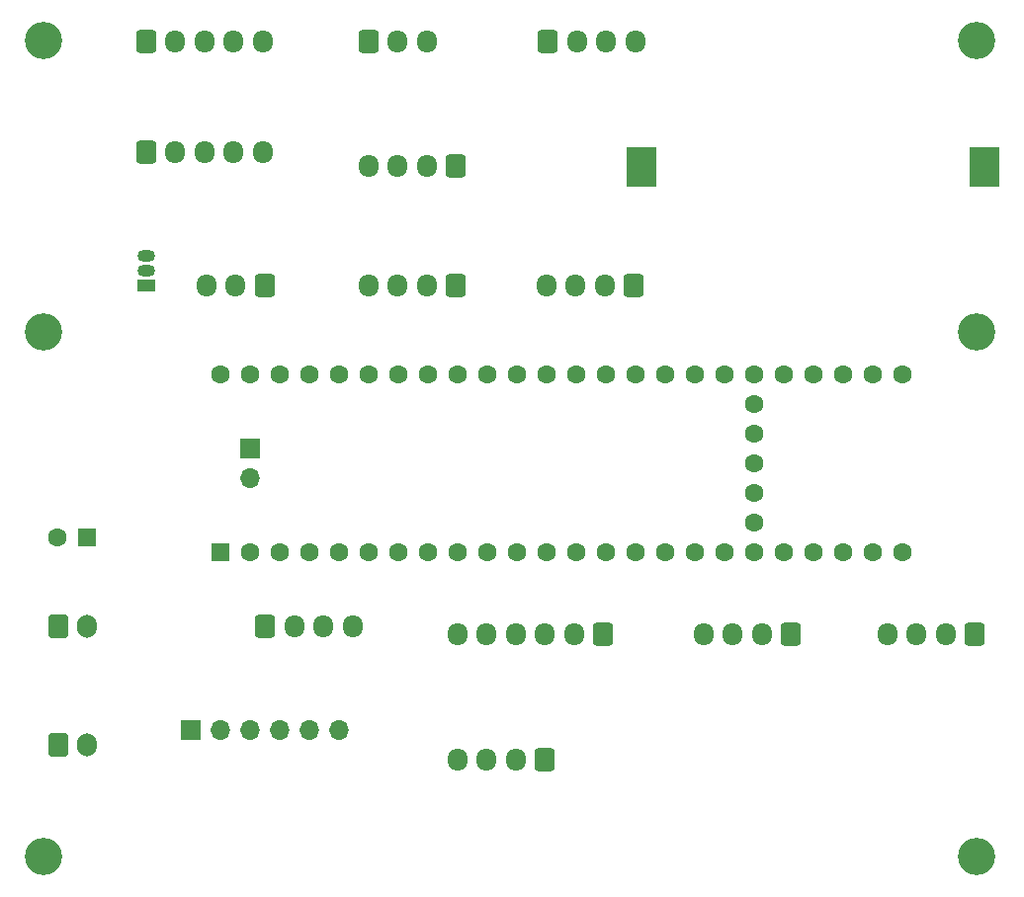
<source format=gts>
G04 #@! TF.GenerationSoftware,KiCad,Pcbnew,8.0.3*
G04 #@! TF.CreationDate,2024-06-28T11:21:49+02:00*
G04 #@! TF.ProjectId,Bobbycar_wiring,426f6262-7963-4617-925f-776972696e67,rev?*
G04 #@! TF.SameCoordinates,Original*
G04 #@! TF.FileFunction,Soldermask,Top*
G04 #@! TF.FilePolarity,Negative*
%FSLAX46Y46*%
G04 Gerber Fmt 4.6, Leading zero omitted, Abs format (unit mm)*
G04 Created by KiCad (PCBNEW 8.0.3) date 2024-06-28 11:21:49*
%MOMM*%
%LPD*%
G01*
G04 APERTURE LIST*
G04 Aperture macros list*
%AMRoundRect*
0 Rectangle with rounded corners*
0 $1 Rounding radius*
0 $2 $3 $4 $5 $6 $7 $8 $9 X,Y pos of 4 corners*
0 Add a 4 corners polygon primitive as box body*
4,1,4,$2,$3,$4,$5,$6,$7,$8,$9,$2,$3,0*
0 Add four circle primitives for the rounded corners*
1,1,$1+$1,$2,$3*
1,1,$1+$1,$4,$5*
1,1,$1+$1,$6,$7*
1,1,$1+$1,$8,$9*
0 Add four rect primitives between the rounded corners*
20,1,$1+$1,$2,$3,$4,$5,0*
20,1,$1+$1,$4,$5,$6,$7,0*
20,1,$1+$1,$6,$7,$8,$9,0*
20,1,$1+$1,$8,$9,$2,$3,0*%
G04 Aperture macros list end*
%ADD10R,1.500000X1.050000*%
%ADD11O,1.500000X1.050000*%
%ADD12R,1.600000X1.600000*%
%ADD13C,1.600000*%
%ADD14O,1.700000X1.700000*%
%ADD15R,1.700000X1.700000*%
%ADD16RoundRect,0.250000X-0.600000X-0.725000X0.600000X-0.725000X0.600000X0.725000X-0.600000X0.725000X0*%
%ADD17O,1.700000X1.950000*%
%ADD18RoundRect,0.250000X0.600000X0.725000X-0.600000X0.725000X-0.600000X-0.725000X0.600000X-0.725000X0*%
%ADD19O,1.700000X2.000000*%
%ADD20RoundRect,0.250000X-0.600000X-0.750000X0.600000X-0.750000X0.600000X0.750000X-0.600000X0.750000X0*%
%ADD21R,2.540000X3.510000*%
%ADD22C,3.200000*%
G04 APERTURE END LIST*
D10*
X83820000Y-66040000D03*
D11*
X83820000Y-64770000D03*
X83820000Y-63500000D03*
D12*
X90170000Y-88900000D03*
D13*
X92710000Y-88900000D03*
X95250000Y-88900000D03*
X97790000Y-88900000D03*
X100330000Y-88900000D03*
X102870000Y-88900000D03*
X105410000Y-88900000D03*
X107950000Y-88900000D03*
X110490000Y-88900000D03*
X113030000Y-88900000D03*
X115570000Y-88900000D03*
X118110000Y-88900000D03*
X120650000Y-88900000D03*
X123190000Y-88900000D03*
X125730000Y-88900000D03*
X128270000Y-88900000D03*
X130810000Y-88900000D03*
X133350000Y-88900000D03*
X135890000Y-88900000D03*
X138430000Y-88900000D03*
X140970000Y-88900000D03*
X143510000Y-88900000D03*
X146050000Y-88900000D03*
X148590000Y-88900000D03*
X148590000Y-73660000D03*
X146050000Y-73660000D03*
X143510000Y-73660000D03*
X140970000Y-73660000D03*
X138430000Y-73660000D03*
X135890000Y-73660000D03*
X133350000Y-73660000D03*
X130810000Y-73660000D03*
X128270000Y-73660000D03*
X125730000Y-73660000D03*
X123190000Y-73660000D03*
X120650000Y-73660000D03*
X118110000Y-73660000D03*
X115570000Y-73660000D03*
X113030000Y-73660000D03*
X110490000Y-73660000D03*
X107950000Y-73660000D03*
X105410000Y-73660000D03*
X102870000Y-73660000D03*
X100330000Y-73660000D03*
X97790000Y-73660000D03*
X95250000Y-73660000D03*
X92710000Y-73660000D03*
X90170000Y-73660000D03*
X135890000Y-86360000D03*
X135890000Y-83820000D03*
X135890000Y-81280000D03*
X135890000Y-78740000D03*
X135890000Y-76200000D03*
D14*
X92710000Y-82550000D03*
D15*
X92710000Y-80010000D03*
D16*
X94020000Y-95250000D03*
D17*
X96520000Y-95250000D03*
X99020000Y-95250000D03*
X101520000Y-95250000D03*
X125730000Y-45085000D03*
X123230000Y-45085000D03*
X120730000Y-45085000D03*
D16*
X118230000Y-45085000D03*
D17*
X118110000Y-66040000D03*
X120610000Y-66040000D03*
X123110000Y-66040000D03*
D18*
X125610000Y-66040000D03*
X139065000Y-95885000D03*
D17*
X136565000Y-95885000D03*
X134065000Y-95885000D03*
X131565000Y-95885000D03*
D18*
X110370000Y-55770000D03*
D17*
X107870000Y-55770000D03*
X105370000Y-55770000D03*
X102870000Y-55770000D03*
X110490000Y-106680000D03*
X112990000Y-106680000D03*
X115490000Y-106680000D03*
D18*
X117990000Y-106680000D03*
D16*
X83820000Y-45088000D03*
D17*
X86320000Y-45088000D03*
X88820000Y-45088000D03*
X91320000Y-45088000D03*
X93820000Y-45088000D03*
D19*
X78790000Y-95250000D03*
D20*
X76290000Y-95250000D03*
D21*
X126290000Y-55880000D03*
X155650000Y-55880000D03*
D18*
X122990000Y-95885000D03*
D17*
X120490000Y-95885000D03*
X117990000Y-95885000D03*
X115490000Y-95885000D03*
X112990000Y-95885000D03*
X110490000Y-95885000D03*
D22*
X75000000Y-45000000D03*
D19*
X78790000Y-105410000D03*
D20*
X76290000Y-105410000D03*
D22*
X155000000Y-70000000D03*
X155000000Y-115000000D03*
X155000000Y-45000000D03*
D14*
X100330000Y-104140000D03*
X97790000Y-104140000D03*
X95250000Y-104140000D03*
X92710000Y-104140000D03*
X90170000Y-104140000D03*
D15*
X87630000Y-104140000D03*
D22*
X75000000Y-115000000D03*
X75000000Y-70000000D03*
D12*
X78740000Y-87630000D03*
D13*
X76240000Y-87630000D03*
D17*
X88980000Y-66040000D03*
X91480000Y-66040000D03*
D18*
X93980000Y-66040000D03*
D17*
X102870000Y-66040000D03*
X105370000Y-66040000D03*
X107870000Y-66040000D03*
D18*
X110370000Y-66040000D03*
D16*
X83820000Y-54610000D03*
D17*
X86320000Y-54610000D03*
X88820000Y-54610000D03*
X91320000Y-54610000D03*
X93820000Y-54610000D03*
X147320000Y-95885000D03*
X149820000Y-95885000D03*
X152320000Y-95885000D03*
D18*
X154820000Y-95885000D03*
D16*
X102870000Y-45088000D03*
D17*
X105370000Y-45088000D03*
X107870000Y-45088000D03*
M02*

</source>
